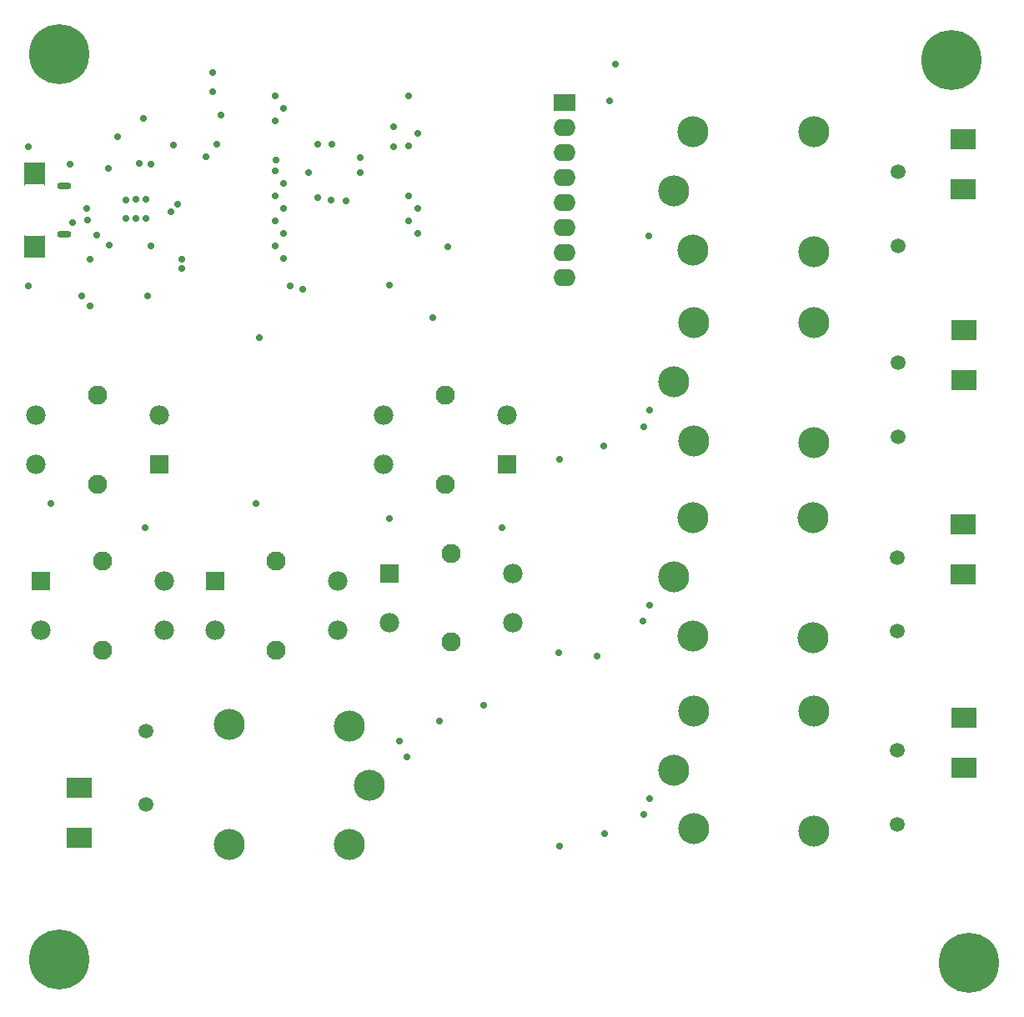
<source format=gbs>
G04*
G04 #@! TF.GenerationSoftware,Altium Limited,Altium Designer,21.9.2 (33)*
G04*
G04 Layer_Color=16711935*
%FSTAX24Y24*%
%MOIN*%
G70*
G04*
G04 #@! TF.SameCoordinates,99FB27D3-1440-4BB7-B033-8997F9312AF3*
G04*
G04*
G04 #@! TF.FilePolarity,Negative*
G04*
G01*
G75*
%ADD55C,0.2402*%
%ADD56C,0.0591*%
%ADD57O,0.0890X0.0690*%
%ADD58R,0.0890X0.0690*%
%ADD59O,0.0571X0.0285*%
%ADD60O,0.0827X0.0453*%
%ADD61R,0.0778X0.0778*%
%ADD62C,0.0778*%
%ADD63C,0.0768*%
%ADD64C,0.1240*%
%ADD65R,0.1024X0.0827*%
%ADD66C,0.0280*%
G36*
X015945Y112503D02*
Y113408D01*
X015986D01*
Y113369D01*
X016734D01*
Y113408D01*
X016773D01*
Y112503D01*
X015945D01*
D02*
G37*
G36*
X016734Y115377D02*
Y115416D01*
X015986D01*
Y115377D01*
X015946D01*
Y116283D01*
X016773D01*
Y115377D01*
X016734D01*
D02*
G37*
D55*
X05372Y084297D02*
D03*
X053Y12039D02*
D03*
X01735Y08442D02*
D03*
Y12062D02*
D03*
D56*
X05086Y11296D02*
D03*
Y115913D02*
D03*
X050869Y105328D02*
D03*
Y108281D02*
D03*
X050849Y097548D02*
D03*
Y100501D02*
D03*
Y089825D02*
D03*
Y092778D02*
D03*
X020801Y093575D02*
D03*
Y090623D02*
D03*
D57*
X03755Y1137D02*
D03*
Y1147D02*
D03*
Y1157D02*
D03*
Y1167D02*
D03*
Y1177D02*
D03*
Y1127D02*
D03*
Y1117D02*
D03*
D58*
Y1187D02*
D03*
D59*
X017541Y115347D02*
D03*
Y113438D02*
D03*
D60*
X01636Y115776D02*
D03*
Y11301D02*
D03*
D61*
X021324Y104226D02*
D03*
X035221D02*
D03*
X016609Y099564D02*
D03*
X030537Y099867D02*
D03*
X023558Y099564D02*
D03*
D62*
X021324Y106194D02*
D03*
X016403Y104226D02*
D03*
Y106194D02*
D03*
X035221D02*
D03*
X030299Y104226D02*
D03*
Y106194D02*
D03*
X016609Y097596D02*
D03*
X021531Y099564D02*
D03*
Y097596D02*
D03*
X030537Y097898D02*
D03*
X035458Y099867D02*
D03*
Y097898D02*
D03*
X023558Y097596D02*
D03*
X028479Y099564D02*
D03*
Y097596D02*
D03*
D63*
X018863Y103438D02*
D03*
Y106982D02*
D03*
X03276Y103438D02*
D03*
Y106982D02*
D03*
X01907Y100352D02*
D03*
Y096808D02*
D03*
X032997Y100654D02*
D03*
Y097111D02*
D03*
X026018Y100352D02*
D03*
Y096808D02*
D03*
D64*
X041909Y107518D02*
D03*
X0475Y10988D02*
D03*
Y10508D02*
D03*
X042697Y10988D02*
D03*
Y105156D02*
D03*
X042687Y112788D02*
D03*
Y117512D02*
D03*
X047491Y112712D02*
D03*
Y117512D02*
D03*
X0419Y11515D02*
D03*
X029731Y091392D02*
D03*
X02414Y08903D02*
D03*
Y09383D02*
D03*
X028943Y08903D02*
D03*
Y093754D02*
D03*
X042707Y089646D02*
D03*
Y09437D02*
D03*
X04751Y08957D02*
D03*
Y09437D02*
D03*
X041919Y092008D02*
D03*
X042677Y097376D02*
D03*
Y1021D02*
D03*
X04748Y0973D02*
D03*
Y1021D02*
D03*
X041889Y099738D02*
D03*
D65*
X053489Y107603D02*
D03*
Y109603D02*
D03*
X05348Y115235D02*
D03*
Y117235D02*
D03*
X018151Y089307D02*
D03*
Y091307D02*
D03*
X053499Y092093D02*
D03*
Y094093D02*
D03*
X053469Y101823D02*
D03*
Y099823D02*
D03*
D66*
X0218Y11434D02*
D03*
X02206Y11464D02*
D03*
X01846Y11399D02*
D03*
X018453Y11447D02*
D03*
X05442Y084997D02*
D03*
X05372Y085297D02*
D03*
X05302Y084997D02*
D03*
X05272Y084297D02*
D03*
X05472D02*
D03*
X05442Y083597D02*
D03*
X05372Y083297D02*
D03*
X05302Y083547D02*
D03*
X05225Y12109D02*
D03*
X052Y12039D02*
D03*
X0523Y11969D02*
D03*
X053Y11939D02*
D03*
Y12139D02*
D03*
X0537Y12109D02*
D03*
X054Y12039D02*
D03*
X0537Y11969D02*
D03*
X01805Y08372D02*
D03*
X01835Y08442D02*
D03*
X01805Y08512D02*
D03*
X01735Y08542D02*
D03*
Y08342D02*
D03*
X01665Y08372D02*
D03*
X01635Y08442D02*
D03*
X0166Y08512D02*
D03*
Y12132D02*
D03*
X01635Y12062D02*
D03*
X01665Y11992D02*
D03*
X01735Y11962D02*
D03*
Y12162D02*
D03*
X01805Y12132D02*
D03*
X01835Y12062D02*
D03*
X01805Y11992D02*
D03*
X040706Y090223D02*
D03*
X040951Y090874D02*
D03*
X039123Y089453D02*
D03*
X040941Y106384D02*
D03*
X040696Y105733D02*
D03*
X039113Y104963D02*
D03*
X040921Y098604D02*
D03*
X040676Y097953D02*
D03*
X016099Y111372D02*
D03*
Y116932D02*
D03*
X035038Y101702D02*
D03*
X030522Y102058D02*
D03*
X032527Y093947D02*
D03*
X030944Y093177D02*
D03*
X031234Y092537D02*
D03*
X03883Y09655D02*
D03*
X01999Y11407D02*
D03*
X02042D02*
D03*
X0208Y11406D02*
D03*
X02079Y11482D02*
D03*
X0204Y11484D02*
D03*
X01999Y11481D02*
D03*
X032254Y11008D02*
D03*
X02535Y10929D02*
D03*
X02077Y10169D02*
D03*
X01966Y11733D02*
D03*
X04091Y11336D02*
D03*
X03935Y118745D02*
D03*
X01699Y102654D02*
D03*
X0252D02*
D03*
X026569Y111368D02*
D03*
X01786Y1139D02*
D03*
X018821Y1134D02*
D03*
X020717Y118058D02*
D03*
X019292Y11606D02*
D03*
X02189Y117D02*
D03*
X02321Y11653D02*
D03*
X02364Y11704D02*
D03*
X0238Y11821D02*
D03*
X02348Y11914D02*
D03*
Y11988D02*
D03*
X02768Y11491D02*
D03*
X02729Y11591D02*
D03*
X02768Y11703D02*
D03*
X02824Y11704D02*
D03*
X02938Y11648D02*
D03*
Y11588D02*
D03*
X02879Y11476D02*
D03*
X02821Y11478D02*
D03*
X03287Y11294D02*
D03*
X02599Y11639D02*
D03*
X03071Y11694D02*
D03*
X0307Y11772D02*
D03*
X031659Y117451D02*
D03*
X02706Y11124D02*
D03*
X03055Y11138D02*
D03*
X02596Y11295D02*
D03*
X026301Y113451D02*
D03*
X02596Y11495D02*
D03*
X031318Y118951D02*
D03*
X02596Y11895D02*
D03*
X03732Y09669D02*
D03*
X03958Y12023D02*
D03*
X03735Y10444D02*
D03*
X03733Y08897D02*
D03*
X02224Y11205D02*
D03*
Y11243D02*
D03*
X03429Y09458D02*
D03*
X02088Y11095D02*
D03*
X02053Y11626D02*
D03*
X02101Y11623D02*
D03*
X01825Y11095D02*
D03*
X01776Y11624D02*
D03*
X01856Y11057D02*
D03*
Y11243D02*
D03*
X01933Y11298D02*
D03*
X021011Y112956D02*
D03*
X031659Y113451D02*
D03*
X031318Y113951D02*
D03*
X031659Y114451D02*
D03*
X031318Y114951D02*
D03*
Y116951D02*
D03*
X026301Y112451D02*
D03*
X02596Y11395D02*
D03*
X026301Y114451D02*
D03*
X02596Y11595D02*
D03*
X026301Y115451D02*
D03*
X02596Y11795D02*
D03*
X026301Y118451D02*
D03*
M02*

</source>
